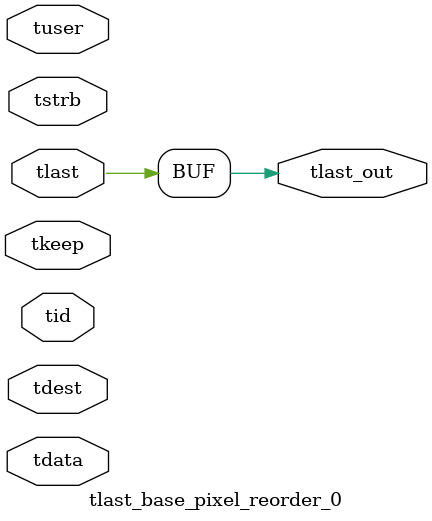
<source format=v>


`timescale 1ps/1ps

module tlast_base_pixel_reorder_0 #
(
parameter C_S_AXIS_TID_WIDTH   = 1,
parameter C_S_AXIS_TUSER_WIDTH = 0,
parameter C_S_AXIS_TDATA_WIDTH = 0,
parameter C_S_AXIS_TDEST_WIDTH = 0
)
(
input  [(C_S_AXIS_TID_WIDTH   == 0 ? 1 : C_S_AXIS_TID_WIDTH)-1:0       ] tid,
input  [(C_S_AXIS_TDATA_WIDTH == 0 ? 1 : C_S_AXIS_TDATA_WIDTH)-1:0     ] tdata,
input  [(C_S_AXIS_TUSER_WIDTH == 0 ? 1 : C_S_AXIS_TUSER_WIDTH)-1:0     ] tuser,
input  [(C_S_AXIS_TDEST_WIDTH == 0 ? 1 : C_S_AXIS_TDEST_WIDTH)-1:0     ] tdest,
input  [(C_S_AXIS_TDATA_WIDTH/8)-1:0 ] tkeep,
input  [(C_S_AXIS_TDATA_WIDTH/8)-1:0 ] tstrb,
input  [0:0]                                                             tlast,
output                                                                   tlast_out
);

assign tlast_out = {tlast};

endmodule


</source>
